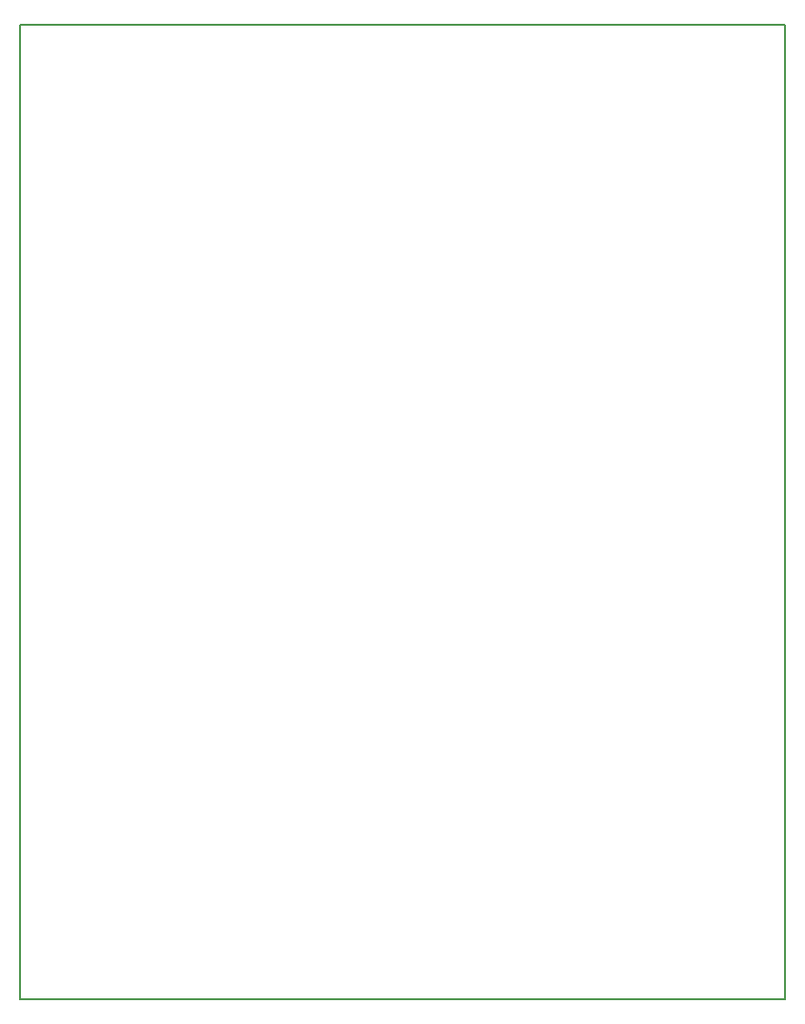
<source format=gbr>
G04 #@! TF.FileFunction,Profile,NP*
%FSLAX46Y46*%
G04 Gerber Fmt 4.6, Leading zero omitted, Abs format (unit mm)*
G04 Created by KiCad (PCBNEW 4.0.0-rc1-stable) date 05/10/2017 19:38:19*
%MOMM*%
G01*
G04 APERTURE LIST*
%ADD10C,0.100000*%
%ADD11C,0.150000*%
G04 APERTURE END LIST*
D10*
D11*
X113750000Y-146300000D02*
X45750000Y-146300000D01*
X113750000Y-59800000D02*
X113750000Y-146300000D01*
X45750000Y-59800000D02*
X113750000Y-59800000D01*
X45750000Y-146300000D02*
X45750000Y-59800000D01*
M02*

</source>
